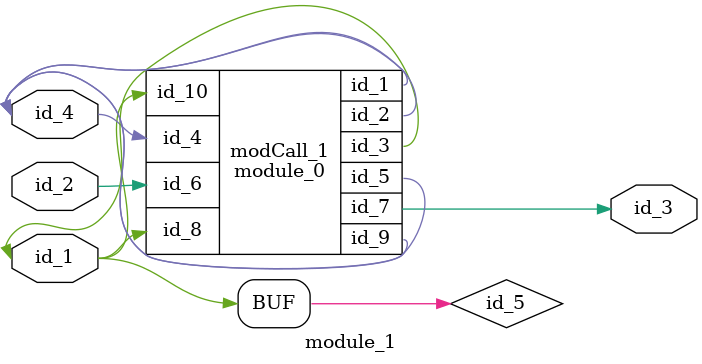
<source format=v>
module module_0 (
    id_1,
    id_2,
    id_3,
    id_4,
    id_5,
    id_6,
    id_7,
    id_8,
    id_9,
    id_10
);
  input wire id_10;
  inout wire id_9;
  input wire id_8;
  output wire id_7;
  input wire id_6;
  inout wire id_5;
  input wire id_4;
  output wire id_3;
  output wire id_2;
  output wire id_1;
  wire id_11;
  assign id_11 = id_9;
  wire id_12;
endmodule
module module_1 (
    id_1,
    id_2,
    id_3,
    id_4
);
  inout wire id_4;
  output wire id_3;
  input wire id_2;
  input wire id_1;
  wire id_5;
  module_0 modCall_1 (
      id_4,
      id_4,
      id_5,
      id_4,
      id_4,
      id_2,
      id_3,
      id_5,
      id_4,
      id_5
  );
  assign id_5 = id_1;
  assign id_5 = id_5;
endmodule

</source>
